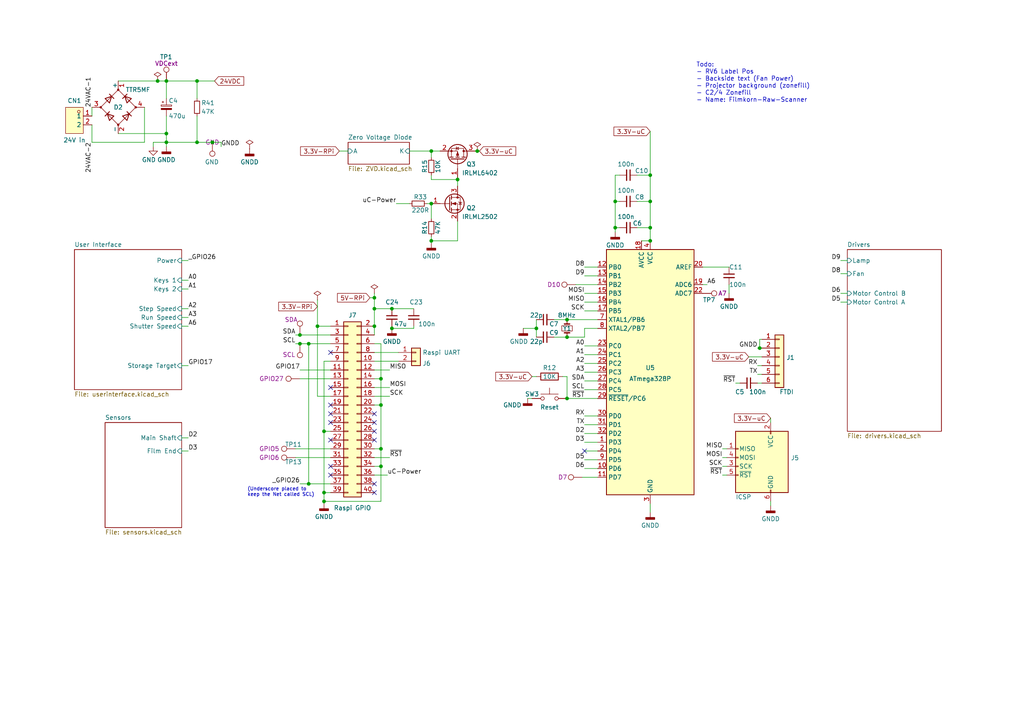
<source format=kicad_sch>
(kicad_sch (version 20230121) (generator eeschema)
  (paper "A4")
  (lib_symbols
    (symbol "Connector:AVR-ISP-6" (pin_names (offset 1.016))
      (property "Reference" "J" (at -6.35 11.43 0))
      (property "Value" "AVR-ISP-6" (at 0 11.43 0))
      (symbol "AVR-ISP-6_0_1"
        (rectangle (start -2.667 -6.858) (end -2.413 -7.62))
        (rectangle (start -2.667 10.16) (end -2.413 9.398))
        (rectangle (start 7.62 -2.413) (end 6.858 -2.667))
        (rectangle (start 7.62 0.127) (end 6.858 -0.127))
        (rectangle (start 7.62 2.667) (end 6.858 2.413))
        (rectangle (start 7.62 5.207) (end 6.858 4.953))
        (rectangle (start 7.62 10.16) (end -7.62 -7.62) (stroke (width 0.254)) (fill (type background)))
      )
      (symbol "AVR-ISP-6_1_1"
        (pin passive line (at 10.16 5.08 180) (length 2.54) (name "MISO") (number "1"))
        (pin passive line (at -2.54 12.7 270) (length 2.54) (name "VCC") (number "2"))
        (pin passive line (at 10.16 0 180) (length 2.54) (name "SCK") (number "3"))
        (pin passive line (at 10.16 2.54 180) (length 2.54) (name "MOSI") (number "4"))
        (pin passive line (at 10.16 -2.54 180) (length 2.54) (name "~{RST}") (number "5"))
        (pin passive line (at -2.54 -10.16 90) (length 2.54) (name "GND") (number "6"))
      )
    )
    (symbol "Connector_Generic:Conn_01x02" (pin_names (offset 1.016) hide)
      (property "Reference" "J" (at 0 2.54 0))
      (property "Value" "Conn_01x02" (at 0 -5.08 0))
      (symbol "Conn_01x02_1_1"
        (rectangle (start -1.27 -2.413) (end 0 -2.667) (stroke (width 0.1524)))
        (rectangle (start -1.27 0.127) (end 0 -0.127) (stroke (width 0.1524)))
        (rectangle (start -1.27 1.27) (end 1.27 -3.81) (stroke (width 0.254)) (fill (type background)))
        (pin passive line (at -5.08 0 0) (length 3.81) (name "Pin_1") (number "1"))
        (pin passive line (at -5.08 -2.54 0) (length 3.81) (name "Pin_2") (number "2"))
      )
    )
    (symbol "Connector_Generic:Conn_01x06" (pin_names (offset 1.016) hide)
      (property "Reference" "J" (at 0 7.62 0))
      (property "Value" "Conn_01x06" (at 0 -10.16 0))
      (symbol "Conn_01x06_1_1"
        (rectangle (start -1.27 -7.493) (end 0 -7.747) (stroke (width 0.1524)))
        (rectangle (start -1.27 -4.953) (end 0 -5.207) (stroke (width 0.1524)))
        (rectangle (start -1.27 -2.413) (end 0 -2.667) (stroke (width 0.1524)))
        (rectangle (start -1.27 0.127) (end 0 -0.127) (stroke (width 0.1524)))
        (rectangle (start -1.27 2.667) (end 0 2.413) (stroke (width 0.1524)))
        (rectangle (start -1.27 5.207) (end 0 4.953) (stroke (width 0.1524)))
        (rectangle (start -1.27 6.35) (end 1.27 -8.89) (stroke (width 0.254)) (fill (type background)))
        (pin passive line (at -5.08 5.08 0) (length 3.81) (name "Pin_1") (number "1"))
        (pin passive line (at -5.08 2.54 0) (length 3.81) (name "Pin_2") (number "2"))
        (pin passive line (at -5.08 0 0) (length 3.81) (name "Pin_3") (number "3"))
        (pin passive line (at -5.08 -2.54 0) (length 3.81) (name "Pin_4") (number "4"))
        (pin passive line (at -5.08 -5.08 0) (length 3.81) (name "Pin_5") (number "5"))
        (pin passive line (at -5.08 -7.62 0) (length 3.81) (name "Pin_6") (number "6"))
      )
    )
    (symbol "Connector_Generic:Conn_02x20_Odd_Even" (pin_names (offset 1.016) hide)
      (property "Reference" "J" (at 1.27 25.4 0))
      (property "Value" "Conn_02x20_Odd_Even" (at 1.27 -27.94 0))
      (symbol "Conn_02x20_Odd_Even_1_1"
        (rectangle (start -1.27 -25.273) (end 0 -25.527) (stroke (width 0.1524)))
        (rectangle (start -1.27 -22.733) (end 0 -22.987) (stroke (width 0.1524)))
        (rectangle (start -1.27 -20.193) (end 0 -20.447) (stroke (width 0.1524)))
        (rectangle (start -1.27 -17.653) (end 0 -17.907) (stroke (width 0.1524)))
        (rectangle (start -1.27 -15.113) (end 0 -15.367) (stroke (width 0.1524)))
        (rectangle (start -1.27 -12.573) (end 0 -12.827) (stroke (width 0.1524)))
        (rectangle (start -1.27 -10.033) (end 0 -10.287) (stroke (width 0.1524)))
        (rectangle (start -1.27 -7.493) (end 0 -7.747) (stroke (width 0.1524)))
        (rectangle (start -1.27 -4.953) (end 0 -5.207) (stroke (width 0.1524)))
        (rectangle (start -1.27 -2.413) (end 0 -2.667) (stroke (width 0.1524)))
        (rectangle (start -1.27 0.127) (end 0 -0.127) (stroke (width 0.1524)))
        (rectangle (start -1.27 2.667) (end 0 2.413) (stroke (width 0.1524)))
        (rectangle (start -1.27 5.207) (end 0 4.953) (stroke (width 0.1524)))
        (rectangle (start -1.27 7.747) (end 0 7.493) (stroke (width 0.1524)))
        (rectangle (start -1.27 10.287) (end 0 10.033) (stroke (width 0.1524)))
        (rectangle (start -1.27 12.827) (end 0 12.573) (stroke (width 0.1524)))
        (rectangle (start -1.27 15.367) (end 0 15.113) (stroke (width 0.1524)))
        (rectangle (start -1.27 17.907) (end 0 17.653) (stroke (width 0.1524)))
        (rectangle (start -1.27 20.447) (end 0 20.193) (stroke (width 0.1524)))
        (rectangle (start -1.27 22.987) (end 0 22.733) (stroke (width 0.1524)))
        (rectangle (start -1.27 24.13) (end 3.81 -26.67) (stroke (width 0.254)) (fill (type background)))
        (rectangle (start 3.81 -25.273) (end 2.54 -25.527) (stroke (width 0.1524)))
        (rectangle (start 3.81 -22.733) (end 2.54 -22.987) (stroke (width 0.1524)))
        (rectangle (start 3.81 -20.193) (end 2.54 -20.447) (stroke (width 0.1524)))
        (rectangle (start 3.81 -17.653) (end 2.54 -17.907) (stroke (width 0.1524)))
        (rectangle (start 3.81 -15.113) (end 2.54 -15.367) (stroke (width 0.1524)))
        (rectangle (start 3.81 -12.573) (end 2.54 -12.827) (stroke (width 0.1524)))
        (rectangle (start 3.81 -10.033) (end 2.54 -10.287) (stroke (width 0.1524)))
        (rectangle (start 3.81 -7.493) (end 2.54 -7.747) (stroke (width 0.1524)))
        (rectangle (start 3.81 -4.953) (end 2.54 -5.207) (stroke (width 0.1524)))
        (rectangle (start 3.81 -2.413) (end 2.54 -2.667) (stroke (width 0.1524)))
        (rectangle (start 3.81 0.127) (end 2.54 -0.127) (stroke (width 0.1524)))
        (rectangle (start 3.81 2.667) (end 2.54 2.413) (stroke (width 0.1524)))
        (rectangle (start 3.81 5.207) (end 2.54 4.953) (stroke (width 0.1524)))
        (rectangle (start 3.81 7.747) (end 2.54 7.493) (stroke (width 0.1524)))
        (rectangle (start 3.81 10.287) (end 2.54 10.033) (stroke (width 0.1524)))
        (rectangle (start 3.81 12.827) (end 2.54 12.573) (stroke (width 0.1524)))
        (rectangle (start 3.81 15.367) (end 2.54 15.113) (stroke (width 0.1524)))
        (rectangle (start 3.81 17.907) (end 2.54 17.653) (stroke (width 0.1524)))
        (rectangle (start 3.81 20.447) (end 2.54 20.193) (stroke (width 0.1524)))
        (rectangle (start 3.81 22.987) (end 2.54 22.733) (stroke (width 0.1524)))
        (pin passive line (at -5.08 22.86 0) (length 3.81) (name "Pin_1") (number "1"))
        (pin passive line (at 7.62 12.7 180) (length 3.81) (name "Pin_10") (number "10"))
        (pin passive line (at -5.08 10.16 0) (length 3.81) (name "Pin_11") (number "11"))
        (pin passive line (at 7.62 10.16 180) (length 3.81) (name "Pin_12") (number "12"))
        (pin passive line (at -5.08 7.62 0) (length 3.81) (name "Pin_13") (number "13"))
        (pin passive line (at 7.62 7.62 180) (length 3.81) (name "Pin_14") (number "14"))
        (pin passive line (at -5.08 5.08 0) (length 3.81) (name "Pin_15") (number "15"))
        (pin passive line (at 7.62 5.08 180) (length 3.81) (name "Pin_16") (number "16"))
        (pin passive line (at -5.08 2.54 0) (length 3.81) (name "Pin_17") (number "17"))
        (pin passive line (at 7.62 2.54 180) (length 3.81) (name "Pin_18") (number "18"))
        (pin passive line (at -5.08 0 0) (length 3.81) (name "Pin_19") (number "19"))
        (pin passive line (at 7.62 22.86 180) (length 3.81) (name "Pin_2") (number "2"))
        (pin passive line (at 7.62 0 180) (length 3.81) (name "Pin_20") (number "20"))
        (pin passive line (at -5.08 -2.54 0) (length 3.81) (name "Pin_21") (number "21"))
        (pin passive line (at 7.62 -2.54 180) (length 3.81) (name "Pin_22") (number "22"))
        (pin passive line (at -5.08 -5.08 0) (length 3.81) (name "Pin_23") (number "23"))
        (pin passive line (at 7.62 -5.08 180) (length 3.81) (name "Pin_24") (number "24"))
        (pin passive line (at -5.08 -7.62 0) (length 3.81) (name "Pin_25") (number "25"))
        (pin passive line (at 7.62 -7.62 180) (length 3.81) (name "Pin_26") (number "26"))
        (pin passive line (at -5.08 -10.16 0) (length 3.81) (name "Pin_27") (number "27"))
        (pin passive line (at 7.62 -10.16 180) (length 3.81) (name "Pin_28") (number "28"))
        (pin passive line (at -5.08 -12.7 0) (length 3.81) (name "Pin_29") (number "29"))
        (pin passive line (at -5.08 20.32 0) (length 3.81) (name "Pin_3") (number "3"))
        (pin passive line (at 7.62 -12.7 180) (length 3.81) (name "Pin_30") (number "30"))
        (pin passive line (at -5.08 -15.24 0) (length 3.81) (name "Pin_31") (number "31"))
        (pin passive line (at 7.62 -15.24 180) (length 3.81) (name "Pin_32") (number "32"))
        (pin passive line (at -5.08 -17.78 0) (length 3.81) (name "Pin_33") (number "33"))
        (pin passive line (at 7.62 -17.78 180) (length 3.81) (name "Pin_34") (number "34"))
        (pin passive line (at -5.08 -20.32 0) (length 3.81) (name "Pin_35") (number "35"))
        (pin passive line (at 7.62 -20.32 180) (length 3.81) (name "Pin_36") (number "36"))
        (pin passive line (at -5.08 -22.86 0) (length 3.81) (name "Pin_37") (number "37"))
        (pin passive line (at 7.62 -22.86 180) (length 3.81) (name "Pin_38") (number "38"))
        (pin passive line (at -5.08 -25.4 0) (length 3.81) (name "Pin_39") (number "39"))
        (pin passive line (at 7.62 20.32 180) (length 3.81) (name "Pin_4") (number "4"))
        (pin passive line (at 7.62 -25.4 180) (length 3.81) (name "Pin_40") (number "40"))
        (pin passive line (at -5.08 17.78 0) (length 3.81) (name "Pin_5") (number "5"))
        (pin passive line (at 7.62 17.78 180) (length 3.81) (name "Pin_6") (number "6"))
        (pin passive line (at -5.08 15.24 0) (length 3.81) (name "Pin_7") (number "7"))
        (pin passive line (at 7.62 15.24 180) (length 3.81) (name "Pin_8") (number "8"))
        (pin passive line (at -5.08 12.7 0) (length 3.81) (name "Pin_9") (number "9"))
      )
    )
    (symbol "Device:C_Polarized_Small" (pin_numbers hide) (pin_names (offset 0.254) hide)
      (property "Reference" "C" (at 0.254 1.778 0))
      (property "Value" "C_Polarized_Small" (at 0.254 -2.032 0))
      (symbol "C_Polarized_Small_0_1"
        (rectangle (start -1.524 -0.3048) (end 1.524 -0.6858) (fill (type outline)))
        (rectangle (start -1.524 0.6858) (end 1.524 0.3048))
        (polyline (pts (xy -1.27 1.524) (xy -0.762 1.524)))
        (polyline (pts (xy -1.016 1.27) (xy -1.016 1.778)))
      )
      (symbol "C_Polarized_Small_1_1"
        (pin passive line (at 0 2.54 270) (length 1.8542) (name "~") (number "1"))
        (pin passive line (at 0 -2.54 90) (length 1.8542) (name "~") (number "2"))
      )
    )
    (symbol "Device:C_Small" (pin_numbers hide) (pin_names (offset 0.254) hide)
      (property "Reference" "C" (at 0.254 1.778 0))
      (property "Value" "C_Small" (at 0.254 -2.032 0))
      (symbol "C_Small_0_1"
        (polyline (pts (xy -1.524 -0.508) (xy 1.524 -0.508)) (stroke (width 0.3302)))
        (polyline (pts (xy -1.524 0.508) (xy 1.524 0.508)) (stroke (width 0.3048)))
      )
      (symbol "C_Small_1_1"
        (pin passive line (at 0 2.54 270) (length 2.032) (name "~") (number "1"))
        (pin passive line (at 0 -2.54 90) (length 2.032) (name "~") (number "2"))
      )
    )
    (symbol "Device:Crystal_Small" (pin_numbers hide) (pin_names (offset 1.016) hide)
      (property "Reference" "Y" (at 0 2.54 0))
      (property "Value" "Crystal_Small" (at 0 -2.54 0))
      (symbol "Crystal_Small_0_1"
        (rectangle (start -0.762 -1.524) (end 0.762 1.524))
        (polyline (pts (xy -1.27 -0.762) (xy -1.27 0.762)) (stroke (width 0.381)))
        (polyline (pts (xy 1.27 -0.762) (xy 1.27 0.762)) (stroke (width 0.381)))
      )
      (symbol "Crystal_Small_1_1"
        (pin passive line (at -2.54 0 0) (length 1.27) (name "1") (number "1"))
        (pin passive line (at 2.54 0 180) (length 1.27) (name "2") (number "2"))
      )
    )
    (symbol "Device:D_Bridge_+-AA" (pin_names (offset 0))
      (property "Reference" "D" (at 2.54 6.985 0))
      (property "Value" "D_Bridge_+-AA" (at 2.54 5.08 0))
      (symbol "D_Bridge_+-AA_0_1"
        (circle (center -5.08 0) (radius 0.254) (fill (type outline)))
        (circle (center 0 -5.08) (radius 0.254) (fill (type outline)))
        (polyline (pts (xy -2.54 3.81) (xy -1.27 2.54)) (stroke (width 0.254)))
        (polyline (pts (xy -1.27 -2.54) (xy -2.54 -3.81)) (stroke (width 0.254)))
        (polyline (pts (xy 2.54 -1.27) (xy 3.81 -2.54)) (stroke (width 0.254)))
        (polyline (pts (xy 2.54 1.27) (xy 3.81 2.54)) (stroke (width 0.254)))
        (polyline (pts (xy -3.81 2.54) (xy -2.54 1.27) (xy -1.905 3.175) (xy -3.81 2.54)) (stroke (width 0.254)))
        (polyline (pts (xy -2.54 -1.27) (xy -3.81 -2.54) (xy -1.905 -3.175) (xy -2.54 -1.27)) (stroke (width 0.254)))
        (polyline (pts (xy 1.27 2.54) (xy 2.54 3.81) (xy 3.175 1.905) (xy 1.27 2.54)) (stroke (width 0.254)))
        (polyline (pts (xy 3.175 -1.905) (xy 1.27 -2.54) (xy 2.54 -3.81) (xy 3.175 -1.905)) (stroke (width 0.254)))
        (polyline (pts (xy -5.08 0) (xy 0 -5.08) (xy 5.08 0) (xy 0 5.08) (xy -5.08 0)))
        (circle (center 0 5.08) (radius 0.254) (fill (type outline)))
        (circle (center 5.08 0) (radius 0.254) (fill (type outline)))
      )
      (symbol "D_Bridge_+-AA_1_1"
        (pin passive line (at 7.62 0 180) (length 2.54) (name "+") (number "1"))
        (pin passive line (at -7.62 0 0) (length 2.54) (name "-") (number "2"))
        (pin passive line (at 0 7.62 270) (length 2.54) (name "~") (number "3"))
        (pin passive line (at 0 -7.62 90) (length 2.54) (name "~") (number "4"))
      )
    )
    (symbol "Device:R" (pin_numbers hide) (pin_names (offset 0))
      (property "Reference" "R" (at 2.032 0 90))
      (property "Value" "R" (at 0 0 90))
      (symbol "R_0_1"
        (rectangle (start -1.016 -2.54) (end 1.016 2.54) (stroke (width 0.254)))
      )
      (symbol "R_1_1"
        (pin passive line (at 0 3.81 270) (length 1.27) (name "~") (number "1"))
        (pin passive line (at 0 -3.81 90) (length 1.27) (name "~") (number "2"))
      )
    )
    (symbol "Device:R_Small" (pin_numbers hide) (pin_names (offset 0.254) hide)
      (property "Reference" "R" (at 0.762 0.508 0))
      (property "Value" "R_Small" (at 0.762 -1.016 0))
      (symbol "R_Small_0_1"
        (rectangle (start -0.762 1.778) (end 0.762 -1.778) (stroke (width 0.2032)))
      )
      (symbol "R_Small_1_1"
        (pin passive line (at 0 2.54 270) (length 0.762) (name "~") (number "1"))
        (pin passive line (at 0 -2.54 90) (length 0.762) (name "~") (number "2"))
      )
    )
    (symbol "MCU_Microchip_ATmega:ATmega328P-A"
      (property "Reference" "U" (at -12.7 36.83 0))
      (property "Value" "ATmega328P-A" (at 2.54 -36.83 0))
      (symbol "ATmega328P-A_0_1"
        (rectangle (start -12.7 -35.56) (end 12.7 35.56) (stroke (width 0.254)) (fill (type background)))
      )
      (symbol "ATmega328P-A_1_1"
        (pin bidirectional line (at 15.24 -20.32 180) (length 2.54) (name "PD3") (number "1"))
        (pin bidirectional line (at 15.24 -27.94 180) (length 2.54) (name "PD6") (number "10"))
        (pin bidirectional line (at 15.24 -30.48 180) (length 2.54) (name "PD7") (number "11"))
        (pin bidirectional line (at 15.24 30.48 180) (length 2.54) (name "PB0") (number "12"))
        (pin bidirectional line (at 15.24 27.94 180) (length 2.54) (name "PB1") (number "13"))
        (pin bidirectional line (at 15.24 25.4 180) (length 2.54) (name "PB2") (number "14"))
        (pin bidirectional line (at 15.24 22.86 180) (length 2.54) (name "PB3") (number "15"))
        (pin bidirectional line (at 15.24 20.32 180) (length 2.54) (name "PB4") (number "16"))
        (pin bidirectional line (at 15.24 17.78 180) (length 2.54) (name "PB5") (number "17"))
        (pin power_in line (at 2.54 38.1 270) (length 2.54) (name "AVCC") (number "18"))
        (pin input line (at -15.24 25.4 0) (length 2.54) (name "ADC6") (number "19"))
        (pin bidirectional line (at 15.24 -22.86 180) (length 2.54) (name "PD4") (number "2"))
        (pin passive line (at -15.24 30.48 0) (length 2.54) (name "AREF") (number "20"))
        (pin passive line (at 0 -38.1 90) (length 2.54) hide (name "GND") (number "21"))
        (pin input line (at -15.24 22.86 0) (length 2.54) (name "ADC7") (number "22"))
        (pin bidirectional line (at 15.24 7.62 180) (length 2.54) (name "PC0") (number "23"))
        (pin bidirectional line (at 15.24 5.08 180) (length 2.54) (name "PC1") (number "24"))
        (pin bidirectional line (at 15.24 2.54 180) (length 2.54) (name "PC2") (number "25"))
        (pin bidirectional line (at 15.24 0 180) (length 2.54) (name "PC3") (number "26"))
        (pin bidirectional line (at 15.24 -2.54 180) (length 2.54) (name "PC4") (number "27"))
        (pin bidirectional line (at 15.24 -5.08 180) (length 2.54) (name "PC5") (number "28"))
        (pin bidirectional line (at 15.24 -7.62 180) (length 2.54) (name "~{RESET}/PC6") (number "29"))
        (pin power_in line (at 0 -38.1 90) (length 2.54) (name "GND") (number "3"))
        (pin bidirectional line (at 15.24 -12.7 180) (length 2.54) (name "PD0") (number "30"))
        (pin bidirectional line (at 15.24 -15.24 180) (length 2.54) (name "PD1") (number "31"))
        (pin bidirectional line (at 15.24 -17.78 180) (length 2.54) (name "PD2") (number "32"))
        (pin power_in line (at 0 38.1 270) (length 2.54) (name "VCC") (number "4"))
        (pin passive line (at 0 -38.1 90) (length 2.54) hide (name "GND") (number "5"))
        (pin passive line (at 0 38.1 270) (length 2.54) hide (name "VCC") (number "6"))
        (pin bidirectional line (at 15.24 15.24 180) (length 2.54) (name "XTAL1/PB6") (number "7"))
        (pin bidirectional line (at 15.24 12.7 180) (length 2.54) (name "XTAL2/PB7") (number "8"))
        (pin bidirectional line (at 15.24 -25.4 180) (length 2.54) (name "PD5") (number "9"))
      )
    )
    (symbol "Peacemans_Teile:TestPoint_named" (pin_numbers hide) (pin_names (offset 0.762) hide)
      (symbol "TestPoint_named_0_1"
        (circle (center 0 3.302) (radius 0.762))
      )
      (symbol "TestPoint_named_1_1"
        (pin passive line (at 0 0 90) (length 2.54) (name "1") (number "1"))
      )
    )
    (symbol "Switch:SW_Push" (pin_numbers hide) (pin_names (offset 1.016) hide)
      (property "Reference" "SW" (at 1.27 2.54 0))
      (property "Value" "SW_Push" (at 0 -1.524 0))
      (symbol "SW_Push_0_1"
        (circle (center -2.032 0) (radius 0.508))
        (polyline (pts (xy 0 1.27) (xy 0 3.048)))
        (polyline (pts (xy 2.54 1.27) (xy -2.54 1.27)))
        (circle (center 2.032 0) (radius 0.508))
        (pin passive line (at -5.08 0 0) (length 2.54) (name "1") (number "1"))
        (pin passive line (at 5.08 0 180) (length 2.54) (name "2") (number "2"))
      )
    )
    (symbol "Transistor_FET:IRLML0030" (pin_names hide)
      (property "Reference" "Q" (at 5.08 1.905 0))
      (property "Value" "IRLML0030" (at 5.08 0 0))
      (symbol "IRLML0030_0_1"
        (polyline (pts (xy 0.254 0) (xy -2.54 0)))
        (polyline (pts (xy 0.254 1.905) (xy 0.254 -1.905)) (stroke (width 0.254)))
        (polyline (pts (xy 0.762 -1.27) (xy 0.762 -2.286)) (stroke (width 0.254)))
        (polyline (pts (xy 0.762 0.508) (xy 0.762 -0.508)) (stroke (width 0.254)))
        (polyline (pts (xy 0.762 2.286) (xy 0.762 1.27)) (stroke (width 0.254)))
        (polyline (pts (xy 2.54 2.54) (xy 2.54 1.778)))
        (polyline (pts (xy 2.54 -2.54) (xy 2.54 0) (xy 0.762 0)))
        (polyline (pts (xy 0.762 -1.778) (xy 3.302 -1.778) (xy 3.302 1.778) (xy 0.762 1.778)))
        (polyline (pts (xy 1.016 0) (xy 2.032 0.381) (xy 2.032 -0.381) (xy 1.016 0)) (fill (type outline)))
        (polyline (pts (xy 2.794 0.508) (xy 2.921 0.381) (xy 3.683 0.381) (xy 3.81 0.254)))
        (polyline (pts (xy 3.302 0.381) (xy 2.921 -0.254) (xy 3.683 -0.254) (xy 3.302 0.381)))
        (circle (center 1.651 0) (radius 2.794) (stroke (width 0.254)))
        (circle (center 2.54 -1.778) (radius 0.254) (fill (type outline)))
        (circle (center 2.54 1.778) (radius 0.254) (fill (type outline)))
      )
      (symbol "IRLML0030_1_1"
        (pin input line (at -5.08 0 0) (length 2.54) (name "G") (number "1"))
        (pin passive line (at 2.54 -5.08 90) (length 2.54) (name "S") (number "2"))
        (pin passive line (at 2.54 5.08 270) (length 2.54) (name "D") (number "3"))
      )
    )
    (symbol "Transistor_FET:IRLML5203" (pin_names hide)
      (property "Reference" "Q" (at 5.08 1.905 0))
      (property "Value" "IRLML5203" (at 5.08 0 0))
      (symbol "IRLML5203_0_1"
        (polyline (pts (xy 0.254 0) (xy -2.54 0)))
        (polyline (pts (xy 0.254 1.905) (xy 0.254 -1.905)) (stroke (width 0.254)))
        (polyline (pts (xy 0.762 -1.27) (xy 0.762 -2.286)) (stroke (width 0.254)))
        (polyline (pts (xy 0.762 0.508) (xy 0.762 -0.508)) (stroke (width 0.254)))
        (polyline (pts (xy 0.762 2.286) (xy 0.762 1.27)) (stroke (width 0.254)))
        (polyline (pts (xy 2.54 2.54) (xy 2.54 1.778)))
        (polyline (pts (xy 2.54 -2.54) (xy 2.54 0) (xy 0.762 0)))
        (polyline (pts (xy 0.762 1.778) (xy 3.302 1.778) (xy 3.302 -1.778) (xy 0.762 -1.778)))
        (polyline (pts (xy 2.286 0) (xy 1.27 0.381) (xy 1.27 -0.381) (xy 2.286 0)) (fill (type outline)))
        (polyline (pts (xy 2.794 -0.508) (xy 2.921 -0.381) (xy 3.683 -0.381) (xy 3.81 -0.254)))
        (polyline (pts (xy 3.302 -0.381) (xy 2.921 0.254) (xy 3.683 0.254) (xy 3.302 -0.381)))
        (circle (center 1.651 0) (radius 2.794) (stroke (width 0.254)))
        (circle (center 2.54 -1.778) (radius 0.254) (fill (type outline)))
        (circle (center 2.54 1.778) (radius 0.254) (fill (type outline)))
      )
      (symbol "IRLML5203_1_1"
        (pin input line (at -5.08 0 0) (length 2.54) (name "G") (number "1"))
        (pin passive line (at 2.54 -5.08 90) (length 2.54) (name "S") (number "2"))
        (pin passive line (at 2.54 5.08 270) (length 2.54) (name "D") (number "3"))
      )
    )
    (symbol "easyeda2kicad:KF142R-5.08-2P"
      (property "Reference" "CN" (at 0 6.35 0))
      (property "Value" "KF142R-5.08-2P" (at 0 -6.35 0))
      (symbol "KF142R-5.08-2P_0_1"
        (rectangle (start -2.54 3.81) (end 2.54 -3.81) (fill (type background)))
        (circle (center -1.27 2.54) (radius 0.38))
        (pin passive line (at -5.08 1.27 0) (length 2.54) (name "1") (number "1"))
        (pin passive line (at -5.08 -1.27 0) (length 2.54) (name "2") (number "2"))
      )
    )
    (symbol "power:GND" (power) (pin_names (offset 0))
      (property "Value" "GND" (at 0 -3.81 0))
      (symbol "GND_0_1"
        (polyline (pts (xy 0 0) (xy 0 -1.27) (xy 1.27 -1.27) (xy 0 -2.54) (xy -1.27 -1.27) (xy 0 -1.27)))
      )
      (symbol "GND_1_1"
        (pin power_in line (at 0 0 270) (length 0) hide (name "GND") (number "1"))
      )
    )
    (symbol "power:GNDD" (power) (pin_names (offset 0))
      (property "Value" "GNDD" (at 0 -3.175 0))
      (symbol "GNDD_0_1"
        (rectangle (start -1.27 -1.524) (end 1.27 -2.032) (stroke (width 0.254)) (fill (type outline)))
        (polyline (pts (xy 0 0) (xy 0 -1.524)))
      )
      (symbol "GNDD_1_1"
        (pin power_in line (at 0 0 270) (length 0) hide (name "GNDD") (number "1"))
      )
    )
    (symbol "power:PWR_FLAG" (power) (pin_numbers hide) (pin_names (offset 0) hide)
      (property "Value" "PWR_FLAG" (at 0 3.81 0))
      (symbol "PWR_FLAG_0_0"
        (pin power_out line (at 0 0 90) (length 0) (name "pwr") (number "1"))
      )
      (symbol "PWR_FLAG_0_1"
        (polyline (pts (xy 0 0) (xy 0 1.27) (xy -1.016 1.905) (xy 0 2.54) (xy 1.016 1.905) (xy 0 1.27)))
      )
    )
  )
  (junction (at 108.585 86.36))
  (junction (at 48.26 38.735))
  (junction (at 48.26 41.275))
  (junction (at 110.49 117.475))
  (junction (at 93.98 145.415))
  (junction (at 57.15 23.495))
  (junction (at 108.585 89.535))
  (junction (at 164.465 115.57))
  (junction (at 188.595 50.8))
  (junction (at 220.345 100.965))
  (junction (at 164.465 92.71))
  (junction (at 61.595 41.275))
  (junction (at 108.585 94.615))
  (junction (at 178.435 66.04))
  (junction (at 45.72 23.495))
  (junction (at 113.665 95.25))
  (junction (at 188.595 69.85))
  (junction (at 93.98 142.875))
  (junction (at 93.98 125.095))
  (junction (at 125.095 69.85))
  (junction (at 110.49 130.175))
  (junction (at 188.595 58.42))
  (junction (at 113.665 89.535))
  (junction (at 110.49 109.855))
  (junction (at 86.995 99.695))
  (junction (at 86.995 97.155))
  (junction (at 125.095 43.815))
  (junction (at 89.535 140.335))
  (junction (at 110.49 135.255))
  (junction (at 132.715 52.07))
  (junction (at 125.095 59.055))
  (junction (at 138.43 43.815))
  (junction (at 89.535 99.695))
  (junction (at 92.075 94.615))
  (junction (at 188.595 66.04))
  (junction (at 57.15 41.275))
  (junction (at 164.465 97.79))
  (junction (at 178.435 58.42))
  (junction (at 155.575 95.25))
  (junction (at 48.26 23.495))
  (no_connect (at 169.545 130.81))
  (no_connect (at 95.885 120.015))
  (no_connect (at 95.885 122.555))
  (no_connect (at 108.585 125.095))
  (no_connect (at 95.885 135.255))
  (no_connect (at 108.585 120.015))
  (no_connect (at 95.885 117.475))
  (no_connect (at 95.885 102.235))
  (no_connect (at 108.585 127.635))
  (no_connect (at 95.885 137.795))
  (no_connect (at 108.585 140.335))
  (no_connect (at 95.885 112.395))
  (no_connect (at 108.585 142.875))
  (no_connect (at 108.585 122.555))
  (no_connect (at 95.885 127.635))
  (wire (pts (xy 52.705 94.615) (xy 54.61 94.615)))
  (wire (pts (xy 164.465 109.22) (xy 163.195 109.22)))
  (wire (pts (xy 173.355 138.43) (xy 168.91 138.43)))
  (wire (pts (xy 85.725 99.695) (xy 86.995 99.695)))
  (wire (pts (xy 108.585 112.395) (xy 113.03 112.395)))
  (wire (pts (xy 110.49 130.175) (xy 110.49 135.255)))
  (wire (pts (xy 86.995 109.855) (xy 95.885 109.855)))
  (wire (pts (xy 138.43 43.815) (xy 139.065 43.815)))
  (wire (pts (xy 52.705 130.81) (xy 54.61 130.81)))
  (wire (pts (xy 110.49 145.415) (xy 93.98 145.415)))
  (wire (pts (xy 61.595 41.275) (xy 64.135 41.275)))
  (wire (pts (xy 108.585 102.235) (xy 115.57 102.235)))
  (wire (pts (xy 86.995 107.315) (xy 95.885 107.315)))
  (wire (pts (xy 125.095 52.07) (xy 132.715 52.07)))
  (wire (pts (xy 173.355 133.35) (xy 169.545 133.35)))
  (wire (pts (xy 118.745 43.815) (xy 125.095 43.815)))
  (wire (pts (xy 41.91 31.115) (xy 41.91 41.275)))
  (wire (pts (xy 57.15 23.495) (xy 57.15 28.575)))
  (wire (pts (xy 205.105 82.55) (xy 203.835 82.55)))
  (wire (pts (xy 107.315 86.36) (xy 108.585 86.36)))
  (wire (pts (xy 188.595 58.42) (xy 188.595 66.04)))
  (wire (pts (xy 132.715 51.435) (xy 132.715 52.07)))
  (wire (pts (xy 113.665 95.25) (xy 120.015 95.25)))
  (wire (pts (xy 220.345 98.425) (xy 220.345 100.965)))
  (wire (pts (xy 220.345 100.965) (xy 220.98 100.965)))
  (wire (pts (xy 164.465 92.71) (xy 160.655 92.71)))
  (wire (pts (xy 45.72 23.495) (xy 48.26 23.495)))
  (wire (pts (xy 188.595 146.05) (xy 188.595 148.59)))
  (wire (pts (xy 113.665 94.615) (xy 113.665 95.25)))
  (wire (pts (xy 155.575 95.25) (xy 155.575 97.79)))
  (wire (pts (xy 213.36 111.125) (xy 214.63 111.125)))
  (wire (pts (xy 220.98 98.425) (xy 220.345 98.425)))
  (wire (pts (xy 48.26 23.495) (xy 57.15 23.495)))
  (wire (pts (xy 188.595 50.8) (xy 188.595 58.42)))
  (wire (pts (xy 155.575 95.25) (xy 151.765 95.25)))
  (wire (pts (xy 211.455 77.47) (xy 203.835 77.47)))
  (wire (pts (xy 98.425 43.815) (xy 100.965 43.815)))
  (wire (pts (xy 93.98 104.775) (xy 93.98 125.095)))
  (wire (pts (xy 173.355 105.41) (xy 169.545 105.41)))
  (wire (pts (xy 108.585 86.36) (xy 108.585 89.535)))
  (wire (pts (xy 48.26 41.275) (xy 48.26 42.545)))
  (wire (pts (xy 110.49 99.695) (xy 110.49 109.855)))
  (wire (pts (xy 132.715 52.07) (xy 132.715 53.975)))
  (wire (pts (xy 173.355 115.57) (xy 164.465 115.57)))
  (wire (pts (xy 188.595 66.04) (xy 184.785 66.04)))
  (wire (pts (xy 219.71 106.045) (xy 220.98 106.045)))
  (wire (pts (xy 173.355 125.73) (xy 169.545 125.73)))
  (wire (pts (xy 173.355 135.89) (xy 169.545 135.89)))
  (wire (pts (xy 154.305 115.57) (xy 153.035 115.57)))
  (wire (pts (xy 219.71 108.585) (xy 220.98 108.585)))
  (wire (pts (xy 108.585 109.855) (xy 110.49 109.855)))
  (wire (pts (xy 132.715 69.85) (xy 125.095 69.85)))
  (wire (pts (xy 188.595 38.1) (xy 188.595 50.8)))
  (wire (pts (xy 125.095 45.72) (xy 125.095 43.815)))
  (wire (pts (xy 108.585 132.715) (xy 113.03 132.715)))
  (wire (pts (xy 108.585 117.475) (xy 110.49 117.475)))
  (wire (pts (xy 125.095 59.055) (xy 125.095 63.5)))
  (wire (pts (xy 48.26 41.275) (xy 44.45 41.275)))
  (wire (pts (xy 169.545 95.25) (xy 169.545 97.79)))
  (wire (pts (xy 85.725 132.715) (xy 95.885 132.715)))
  (wire (pts (xy 178.435 50.8) (xy 178.435 58.42)))
  (wire (pts (xy 48.26 41.275) (xy 57.15 41.275)))
  (wire (pts (xy 85.725 97.155) (xy 86.995 97.155)))
  (wire (pts (xy 52.705 106.045) (xy 54.61 106.045)))
  (wire (pts (xy 108.585 137.795) (xy 112.395 137.795)))
  (wire (pts (xy 48.26 23.495) (xy 48.26 28.575)))
  (wire (pts (xy 52.705 92.075) (xy 54.61 92.075)))
  (wire (pts (xy 125.095 43.815) (xy 127.635 43.815)))
  (wire (pts (xy 108.585 85.09) (xy 108.585 86.36)))
  (wire (pts (xy 173.355 120.65) (xy 169.545 120.65)))
  (wire (pts (xy 223.52 145.415) (xy 223.52 146.685)))
  (wire (pts (xy 52.705 127) (xy 54.61 127)))
  (wire (pts (xy 93.98 142.875) (xy 95.885 142.875)))
  (wire (pts (xy 173.355 110.49) (xy 169.545 110.49)))
  (wire (pts (xy 52.705 89.535) (xy 54.61 89.535)))
  (wire (pts (xy 120.015 95.25) (xy 120.015 94.615)))
  (wire (pts (xy 173.355 95.25) (xy 169.545 95.25)))
  (wire (pts (xy 173.355 107.95) (xy 169.545 107.95)))
  (wire (pts (xy 108.585 94.615) (xy 108.585 97.155)))
  (wire (pts (xy 169.545 97.79) (xy 164.465 97.79)))
  (wire (pts (xy 57.15 23.495) (xy 62.23 23.495)))
  (wire (pts (xy 85.725 130.175) (xy 95.885 130.175)))
  (wire (pts (xy 209.55 137.795) (xy 210.82 137.795)))
  (wire (pts (xy 223.52 121.285) (xy 223.52 122.555)))
  (wire (pts (xy 108.585 89.535) (xy 113.665 89.535)))
  (wire (pts (xy 155.575 109.22) (xy 154.305 109.22)))
  (wire (pts (xy 108.585 114.935) (xy 113.03 114.935)))
  (wire (pts (xy 173.355 85.09) (xy 169.545 85.09)))
  (wire (pts (xy 108.585 89.535) (xy 108.585 94.615)))
  (wire (pts (xy 93.98 145.415) (xy 93.98 142.875)))
  (wire (pts (xy 89.535 99.695) (xy 89.535 140.335)))
  (wire (pts (xy 245.745 79.375) (xy 243.84 79.375)))
  (wire (pts (xy 219.71 100.965) (xy 220.345 100.965)))
  (wire (pts (xy 178.435 66.04) (xy 178.435 67.31)))
  (wire (pts (xy 173.355 87.63) (xy 169.545 87.63)))
  (wire (pts (xy 173.355 128.27) (xy 169.545 128.27)))
  (wire (pts (xy 173.355 123.19) (xy 169.545 123.19)))
  (wire (pts (xy 164.465 115.57) (xy 164.465 109.22)))
  (wire (pts (xy 184.785 58.42) (xy 188.595 58.42)))
  (wire (pts (xy 95.885 104.775) (xy 93.98 104.775)))
  (wire (pts (xy 173.355 130.81) (xy 169.545 130.81)))
  (wire (pts (xy 211.455 82.55) (xy 211.455 85.09)))
  (wire (pts (xy 245.745 87.63) (xy 243.84 87.63)))
  (wire (pts (xy 155.575 92.71) (xy 155.575 95.25)))
  (wire (pts (xy 173.355 113.03) (xy 169.545 113.03)))
  (wire (pts (xy 217.17 103.505) (xy 220.98 103.505)))
  (wire (pts (xy 92.075 114.935) (xy 92.075 94.615)))
  (wire (pts (xy 114.935 59.055) (xy 118.745 59.055)))
  (wire (pts (xy 92.075 94.615) (xy 95.885 94.615)))
  (wire (pts (xy 89.535 140.335) (xy 95.885 140.335)))
  (wire (pts (xy 110.49 135.255) (xy 110.49 145.415)))
  (wire (pts (xy 110.49 109.855) (xy 110.49 117.475)))
  (wire (pts (xy 89.535 99.695) (xy 95.885 99.695)))
  (wire (pts (xy 34.29 38.735) (xy 48.26 38.735)))
  (wire (pts (xy 209.55 132.715) (xy 210.82 132.715)))
  (wire (pts (xy 173.355 80.01) (xy 169.545 80.01)))
  (wire (pts (xy 178.435 50.8) (xy 179.705 50.8)))
  (wire (pts (xy 54.61 75.565) (xy 52.705 75.565)))
  (wire (pts (xy 178.435 58.42) (xy 179.705 58.42)))
  (wire (pts (xy 41.91 41.275) (xy 26.67 41.275)))
  (wire (pts (xy 93.98 125.095) (xy 93.98 142.875)))
  (wire (pts (xy 86.995 99.695) (xy 89.535 99.695)))
  (wire (pts (xy 64.135 41.275) (xy 64.135 42.545)))
  (wire (pts (xy 219.71 111.125) (xy 220.98 111.125)))
  (wire (pts (xy 209.55 130.175) (xy 210.82 130.175)))
  (wire (pts (xy 164.465 97.79) (xy 160.655 97.79)))
  (wire (pts (xy 92.075 86.995) (xy 92.075 94.615)))
  (wire (pts (xy 34.29 23.495) (xy 45.72 23.495)))
  (wire (pts (xy 125.095 50.8) (xy 125.095 52.07)))
  (wire (pts (xy 173.355 102.87) (xy 169.545 102.87)))
  (wire (pts (xy 113.665 89.535) (xy 120.015 89.535)))
  (wire (pts (xy 52.705 83.82) (xy 54.61 83.82)))
  (wire (pts (xy 173.355 77.47) (xy 169.545 77.47)))
  (wire (pts (xy 95.885 114.935) (xy 92.075 114.935)))
  (wire (pts (xy 125.095 68.58) (xy 125.095 69.85)))
  (wire (pts (xy 44.45 41.275) (xy 44.45 42.545)))
  (wire (pts (xy 93.98 145.415) (xy 93.98 146.05)))
  (wire (pts (xy 57.15 41.275) (xy 61.595 41.275)))
  (wire (pts (xy 132.715 64.135) (xy 132.715 69.85)))
  (wire (pts (xy 86.995 140.335) (xy 89.535 140.335)))
  (wire (pts (xy 178.435 58.42) (xy 178.435 66.04)))
  (wire (pts (xy 108.585 135.255) (xy 110.49 135.255)))
  (wire (pts (xy 57.15 33.655) (xy 57.15 41.275)))
  (wire (pts (xy 48.26 41.275) (xy 48.26 38.735)))
  (wire (pts (xy 108.585 99.695) (xy 110.49 99.695)))
  (wire (pts (xy 108.585 130.175) (xy 110.49 130.175)))
  (wire (pts (xy 188.595 66.04) (xy 188.595 69.85)))
  (wire (pts (xy 110.49 117.475) (xy 110.49 130.175)))
  (wire (pts (xy 173.355 90.17) (xy 169.545 90.17)))
  (wire (pts (xy 173.355 92.71) (xy 164.465 92.71)))
  (wire (pts (xy 86.995 97.155) (xy 95.885 97.155)))
  (wire (pts (xy 179.705 66.04) (xy 178.435 66.04)))
  (wire (pts (xy 52.705 81.28) (xy 54.61 81.28)))
  (wire (pts (xy 184.785 50.8) (xy 188.595 50.8)))
  (wire (pts (xy 138.43 43.815) (xy 137.795 43.815)))
  (wire (pts (xy 245.745 75.565) (xy 243.84 75.565)))
  (wire (pts (xy 26.67 36.195) (xy 26.67 41.275)))
  (wire (pts (xy 188.595 69.85) (xy 186.055 69.85)))
  (wire (pts (xy 167.005 82.55) (xy 173.355 82.55)))
  (wire (pts (xy 173.355 100.33) (xy 169.545 100.33)))
  (wire (pts (xy 245.745 85.09) (xy 243.84 85.09)))
  (wire (pts (xy 26.67 33.655) (xy 26.67 31.115)))
  (wire (pts (xy 108.585 107.315) (xy 113.03 107.315)))
  (wire (pts (xy 125.095 69.85) (xy 125.095 70.485)))
  (wire (pts (xy 108.585 104.775) (xy 115.57 104.775)))
  (wire (pts (xy 209.55 135.255) (xy 210.82 135.255)))
  (wire (pts (xy 93.98 125.095) (xy 95.885 125.095)))
  (wire (pts (xy 48.26 33.655) (xy 48.26 38.735)))
  (wire (pts (xy 123.825 59.055) (xy 125.095 59.055)))
  (text "(Underscore placed to \nkeep the Net called SCL)" (at 71.755 144.145 0) (effects (font (size 1 1)) (justify left bottom)))
  (text "Todo:\n- RV6 Label Pos\n- Backside text (Fan Power)\n- Projector background (zonefill)\n- C2/4 Zonefill\n- Name: Filmkorn-Raw-Scanner\n" (at 201.93 29.845 0) (effects (font (size 1.27 1.27)) (justify left bottom)))
  (label "GNDD" (at 64.135 42.545 0))
  (label "GNDD" (at 219.71 100.965 180))
  (label "TX" (at 219.71 108.585 180))
  (label "SDA" (at 169.545 110.49 180))
  (label "RX" (at 169.545 120.65 180))
  (label "GPIO17" (at 86.995 107.315 180))
  (label "A1" (at 169.545 102.87 180))
  (label "A0" (at 169.545 100.33 180))
  (label "GPIO17" (at 54.61 106.045 0))
  (label "MISO" (at 113.03 107.315 0))
  (label "24VAC-2" (at 26.67 41.275 270))
  (label "D6" (at 169.545 135.89 180))
  (label "D5" (at 169.545 133.35 180))
  (label "MOSI" (at 169.545 85.09 180))
  (label "SCK" (at 113.03 114.935 0))
  (label "uC-Power" (at 112.395 137.795 0))
  (label "MOSI" (at 209.55 132.715 180))
  (label "TX" (at 169.545 123.19 180))
  (label "A2" (at 169.545 105.41 180))
  (label "SCL" (at 169.545 113.03 180))
  (label "D2" (at 54.61 127 0))
  (label "MISO" (at 209.55 130.175 180))
  (label "A1" (at 54.61 83.82 0))
  (label "D8" (at 169.545 77.47 180))
  (label "~{RST}" (at 213.36 111.125 180))
  (label "SCK" (at 209.55 135.255 180))
  (label "uC-Power" (at 114.935 59.055 180))
  (label "D5" (at 243.84 87.63 180))
  (label "_GPIO26" (at 54.61 75.565 0))
  (label "SCL" (at 85.725 99.695 180))
  (label "~{RST}" (at 169.545 115.57 180))
  (label "D9" (at 243.84 75.565 180))
  (label "D2" (at 169.545 125.73 180))
  (label "_GPIO26" (at 86.995 140.335 180))
  (label "A3" (at 169.545 107.95 180))
  (label "A6" (at 205.105 82.55 0))
  (label "A3" (at 54.61 92.075 0))
  (label "A2" (at 54.61 89.535 0))
  (label "~{RST}" (at 113.03 132.715 0))
  (label "SDA" (at 85.725 97.155 180))
  (label "RX" (at 219.71 106.045 180))
  (label "D9" (at 169.545 80.01 180))
  (label "SCK" (at 169.545 90.17 180))
  (label "D3" (at 169.545 128.27 180))
  (label "D8" (at 243.84 79.375 180))
  (label "A6" (at 54.61 94.615 0))
  (label "24VAC-1" (at 26.67 31.115 90))
  (label "D6" (at 243.84 85.09 180))
  (label "~{RST}" (at 209.55 137.795 180))
  (label "MISO" (at 169.545 87.63 180))
  (label "A0" (at 54.61 81.28 0))
  (label "MOSI" (at 113.03 112.395 0))
  (label "D3" (at 54.61 130.81 0))
  (global_label "3.3V-uC" (shape input) (at 139.065 43.815 0) (property "Intersheetrefs" "${INTERSHEET_REFS}" (effects hide)))
  (global_label "3.3V-uC" (shape input) (at 217.17 103.505 180) (property "Intersheetrefs" "${INTERSHEET_REFS}" (effects hide)))
  (global_label "5V-RPi" (shape input) (at 107.315 86.36 180) (property "Intersheetrefs" "${INTERSHEET_REFS}" (effects hide)))
  (global_label "3.3V-RPi" (shape input) (at 98.425 43.815 180) (property "Intersheetrefs" "${INTERSHEET_REFS}" (effects hide)))
  (global_label "3.3V-RPi" (shape input) (at 92.075 88.9 180) (property "Intersheetrefs" "${INTERSHEET_REFS}" (effects hide)))
  (global_label "3.3V-uC" (shape input) (at 154.305 109.22 180) (property "Intersheetrefs" "${INTERSHEET_REFS}" (effects hide)))
  (global_label "3.3V-uC" (shape input) (at 188.595 38.1 180) (property "Intersheetrefs" "${INTERSHEET_REFS}" (effects hide)))
  (global_label "24VDC" (shape input) (at 62.23 23.495 0) (property "Intersheetrefs" "${INTERSHEET_REFS}" (effects hide)))
  (global_label "3.3V-uC" (shape input) (at 223.52 121.285 180) (property "Intersheetrefs" "${INTERSHEET_REFS}" (effects hide)))
  (symbol (lib_id "MCU_Microchip_ATmega:ATmega328P-A") (at 188.595 107.95 0) (mirror y) (unit 1)
    (property "Reference" "U5" (at 188.595 106.68 0))
    (property "Value" "ATmega328P" (at 188.595 109.855 0))
    (property "Footprint" "Package_QFP:TQFP-32_7x7mm_P0.8mm" (effects hide))
    (property "Datasheet" "http://ww1.microchip.com/downloads/en/DeviceDoc/ATmega328_P%20AVR%20MCU%20with%20picoPower%20Technology%20Data%20Sheet%2040001984A.pdf" (effects hide))
    (property "LCSC" "C14877" (effects hide))
    (property "Inventory" "E" (effects hide))
  )
  (symbol (lib_id "Device:C_Small") (at 158.115 92.71 90) (mirror x) (unit 1)
    (property "Reference" "C7" (at 160.655 93.98 90))
    (property "Value" "22p" (at 155.575 91.44 90))
    (property "Footprint" "Capacitor_SMD:C_0805_2012Metric" (effects hide))
    (property "Datasheet" "https://datasheet.lcsc.com/lcsc/2304140030_Samsung-Electro-Mechanics-CL21C220JBANNNC_C1804.pdf" (effects hide))
    (property "LCSC" "C1804" (effects hide))
    (property "Inventory" "B" (effects hide))
  )
  (symbol (lib_id "Device:C_Small") (at 158.115 97.79 270) (unit 1)
    (property "Reference" "C9" (at 160.655 96.52 90))
    (property "Value" "22p" (at 155.575 99.06 90))
    (property "Footprint" "Capacitor_SMD:C_0805_2012Metric" (effects hide))
    (property "Datasheet" "https://datasheet.lcsc.com/lcsc/2304140030_Samsung-Electro-Mechanics-CL21C220JBANNNC_C1804.pdf" (effects hide))
    (property "LCSC" "C1804" (effects hide))
    (property "Inventory" "B" (effects hide))
  )
  (symbol (lib_id "Device:C_Small") (at 211.455 80.01 0) (mirror y) (unit 1)
    (property "Reference" "C11" (at 211.455 77.47 0) (effects (justify right)))
    (property "Value" "100n" (at 211.455 82.55 0) (effects (justify right)))
    (property "Footprint" "Capacitor_SMD:C_0805_2012Metric" (effects hide))
    (property "Datasheet" "https://datasheet.lcsc.com/lcsc/2304140030_Samsung-Electro-Mechanics-CL21B104KCFNNNE_C28233.pdf" (effects hide))
    (property "LCSC" "C28233" (effects hide))
    (property "Inventory" "B" (effects hide))
  )
  (symbol (lib_id "Device:Crystal_Small") (at 164.465 95.25 90) (mirror x) (unit 1)
    (property "Reference" "Y1" (at 165.735 95.25 90) (effects (justify left)))
    (property "Value" "8MHz" (at 167.005 91.44 90) (effects (justify left)))
    (property "Footprint" "Crystal:Crystal_SMD_5032-2Pin_5.0x3.2mm" (effects hide))
    (property "Datasheet" "https://datasheet.lcsc.com/lcsc/2302201101_YXC-X50328MSB2GI_C115962.pdf" (effects hide))
    (property "LCSC" "C115962" (effects hide))
    (property "Inventory" "B" (effects hide))
  )
  (symbol (lib_id "power:GNDD") (at 151.765 95.25 0) (mirror y) (unit 1)
    (property "Reference" "#PWR07" (effects hide))
    (property "Value" "GNDD" (at 150.495 99.06 0))
  )
  (symbol (lib_id "power:GNDD") (at 188.595 148.59 0) (mirror y) (unit 1)
    (property "Reference" "#PWR010" (effects hide))
    (property "Value" "GNDD" (at 188.595 152.4 0))
  )
  (symbol (lib_id "Device:R") (at 159.385 109.22 90) (mirror x) (unit 1)
    (property "Reference" "R12" (at 159.385 106.68 90))
    (property "Value" "10K" (at 159.385 109.22 90))
    (property "Footprint" "Resistor_SMD:R_0805_2012Metric" (effects hide))
    (property "LCSC" "C17414" (effects hide))
    (property "Inventory" "B" (effects hide))
  )
  (symbol (lib_id "power:GNDD") (at 48.26 42.545 0) (unit 1)
    (property "Reference" "#PWR02" (effects hide))
    (property "Value" "GNDD" (at 48.26 46.355 0))
  )
  (symbol (lib_id "Device:C_Polarized_Small") (at 48.26 31.115 0) (unit 1)
    (property "Reference" "C4" (at 48.895 29.21 0) (effects (justify left)))
    (property "Value" "470u" (at 48.895 33.655 0) (effects (justify left)))
    (property "Footprint" "easyeda2kicad:CAP-SMD_BD12.5-L13.0-W13.0-RD" (effects hide))
    (property "Datasheet" "https://datasheet.lcsc.com/lcsc/2208091830_ROQANG-RVT1H471M1213_C90272.pdf" (effects hide))
    (property "LCSC" "C90272" (effects hide))
    (property "Inventory" "E" (effects hide))
  )
  (symbol (lib_id "Connector_Generic:Conn_01x06") (at 226.06 103.505 0) (unit 1) (in_bom no)
    (property "Reference" "J1" (at 228.092 103.7082 0) (effects (justify left)))
    (property "Value" "FTDI" (at 226.06 113.665 0) (effects (justify left)))
    (property "Footprint" "Connector_PinHeader_2.54mm:PinHeader_1x06_P2.54mm_Vertical" (effects hide))
  )
  (symbol (lib_id "power:GND") (at 44.45 42.545 0) (unit 1)
    (property "Reference" "#PWR01" (effects hide))
    (property "Value" "GND" (at 43.18 46.355 0))
  )
  (symbol (lib_id "Device:C_Small") (at 217.17 111.125 270) (unit 1)
    (property "Reference" "C5" (at 215.9 113.665 90) (effects (justify right)))
    (property "Value" "100n" (at 222.25 113.665 90) (effects (justify right)))
    (property "Footprint" "Capacitor_SMD:C_0805_2012Metric" (effects hide))
    (property "Datasheet" "https://datasheet.lcsc.com/lcsc/2304140030_Samsung-Electro-Mechanics-CL21B104KCFNNNE_C28233.pdf" (effects hide))
    (property "LCSC" "C28233" (effects hide))
    (property "Inventory" "B" (effects hide))
  )
  (symbol (lib_id "Peacemans_Teile:TestPoint_named") (at 48.26 23.495 0) (unit 1)
    (property "Reference" "TP1" (at 46.355 16.51 0) (effects (justify left)))
    (property "Value" "24V" (effects hide))
    (property "Footprint" "Peacemans_Footprints:TestPoint_THTPad_1.5x1.5mm_Drill0.7mm_named" (effects hide))
    (property "TP_Label" "VDCext" (at 48.26 18.415 0))
  )
  (symbol (lib_id "Connector:AVR-ISP-6") (at 220.98 135.255 0) (mirror y) (unit 1) (in_bom no)
    (property "Reference" "J5" (at 229.362 132.8166 0) (effects (justify right)))
    (property "Value" "ICSP" (at 213.36 144.145 0) (effects (justify right)))
    (property "Footprint" "Connector_PinHeader_2.54mm:PinHeader_2x03_P2.54mm_Vertical" (effects hide))
    (property "Datasheet" " ~" (effects hide))
  )
  (symbol (lib_id "power:GNDD") (at 223.52 146.685 0) (unit 1)
    (property "Reference" "#PWR012" (effects hide))
    (property "Value" "GNDD" (at 223.52 150.495 0))
  )
  (symbol (lib_id "Device:C_Small") (at 182.245 66.04 270) (mirror x) (unit 1)
    (property "Reference" "C6" (at 183.515 64.77 90) (effects (justify left)))
    (property "Value" "100n" (at 179.07 62.865 90) (effects (justify left)))
    (property "Footprint" "Capacitor_SMD:C_0805_2012Metric" (effects hide))
    (property "Datasheet" "https://datasheet.lcsc.com/lcsc/2304140030_Samsung-Electro-Mechanics-CL21B104KCFNNNE_C28233.pdf" (effects hide))
    (property "LCSC" "C28233" (effects hide))
    (property "Inventory" "B" (effects hide))
  )
  (symbol (lib_id "power:PWR_FLAG") (at 45.72 23.495 0) (unit 1)
    (property "Reference" "#FLG01" (effects hide))
    (property "Value" "PWR_FLAG" (effects hide))
  )
  (symbol (lib_id "easyeda2kicad:KF142R-5.08-2P") (at 21.59 34.925 0) (mirror y) (unit 1)
    (property "Reference" "CN1" (at 21.59 29.21 0))
    (property "Value" "24V in" (at 21.59 40.64 0))
    (property "Footprint" "easyeda2kicad:CONN-TH_2P-P5.08_KF142R-5.08-2P" (effects hide))
    (property "Datasheet" "https://lcsc.com/product-detail/New-Quadratic-Unclassified-Data_Cixi-Kefa-Elec-KF142R-5-08-2P_C475144.html" (effects hide))
    (property "LCSC" "C475144" (effects hide))
  )
  (symbol (lib_id "Peacemans_Teile:TestPoint_named") (at 85.725 132.715 90) (unit 1)
    (property "Reference" "TP13" (at 85.09 133.985 90))
    (property "Value" "GPIO6" (effects hide))
    (property "Footprint" "Peacemans_Footprints:TestPoint_THTPad_1.5x1.5mm_Drill0.7mm_named" (effects hide))
    (property "TP_Label" "GPIO6" (at 78.105 132.715 90))
  )
  (symbol (lib_id "power:GNDD") (at 93.98 146.05 0) (unit 1)
    (property "Reference" "#PWR04" (effects hide))
    (property "Value" "GNDD" (at 93.98 149.86 0))
  )
  (symbol (lib_id "Peacemans_Teile:TestPoint_named") (at 86.995 99.695 180) (unit 1)
    (property "Reference" "TP6" (effects hide))
    (property "Value" "TestPoint" (effects hide))
    (property "Footprint" "Peacemans_Footprints:TestPoint_THTPad_1.5x1.5mm_Drill0.7mm_named" (effects hide))
    (property "TP_Label" "SCL" (at 83.82 102.87 0))
  )
  (symbol (lib_id "Connector_Generic:Conn_02x20_Odd_Even") (at 100.965 117.475 0) (unit 1)
    (property "Reference" "J7" (at 102.235 91.44 0))
    (property "Value" "Raspi GPIO" (at 102.235 147.32 0))
    (property "Footprint" "Connector_PinSocket_2.54mm:PinSocket_2x20_P2.54mm_Vertical" (effects hide))
    (property "Datasheet" "https://datasheet.lcsc.com/lcsc/1811132110_BOOMELE-Boom-Precision-Elec-C35165_C35165.pdf" (effects hide))
  )
  (symbol (lib_id "power:GNDD") (at 178.435 67.31 0) (mirror y) (unit 1)
    (property "Reference" "#PWR09" (effects hide))
    (property "Value" "GNDD" (at 178.435 71.12 0))
  )
  (symbol (lib_id "power:PWR_FLAG") (at 92.075 86.995 0) (unit 1)
    (property "Reference" "#FLG03" (effects hide))
    (property "Value" "PWR_FLAG" (effects hide))
  )
  (symbol (lib_id "Switch:SW_Push") (at 159.385 115.57 0) (mirror y) (unit 1)
    (property "Reference" "SW3" (at 154.305 114.3 0))
    (property "Value" "Reset" (at 159.385 118.11 0))
    (property "Footprint" "Button_Switch_SMD:SW_Push_1P1T_XKB_TS-1187A" (effects hide))
    (property "Datasheet" "https://datasheet.lcsc.com/lcsc/2304140030_XKB-Connectivity-TS-1187A-B-A-B_C318884.pdf" (effects hide))
    (property "LCSC" "C318884" (effects hide))
    (property "Inventory" "B" (effects hide))
  )
  (symbol (lib_id "Device:D_Bridge_+-AA") (at 34.29 31.115 90) (unit 1)
    (property "Reference" "D2" (at 34.29 31.115 90))
    (property "Value" "TTR5MF" (at 40.005 26.035 90))
    (property "Footprint" "easyeda2kicad:DIO-BG-TH_TTF" (effects hide))
    (property "Datasheet" "https://datasheet.lcsc.com/lcsc/2308231038_MDD-Microdiode-Electronics--TTR5MF_C911077.pdf" (effects hide))
    (property "LCSC" "C911077" (effects hide))
    (property "Inventory" "E" (effects hide))
  )
  (symbol (lib_id "Device:C_Small") (at 182.245 50.8 270) (mirror x) (unit 1)
    (property "Reference" "C10" (at 184.15 49.53 90) (effects (justify left)))
    (property "Value" "100n" (at 179.07 47.625 90) (effects (justify left)))
    (property "Footprint" "Capacitor_SMD:C_0805_2012Metric" (effects hide))
    (property "Datasheet" "https://datasheet.lcsc.com/lcsc/2304140030_Samsung-Electro-Mechanics-CL21B104KCFNNNE_C28233.pdf" (effects hide))
    (property "LCSC" "C28233" (effects hide))
    (property "Inventory" "B" (effects hide))
  )
  (symbol (lib_id "Peacemans_Teile:TestPoint_named") (at 85.725 130.175 90) (unit 1)
    (property "Reference" "TP11" (at 85.09 128.905 90))
    (property "Value" "GPIO5" (effects hide))
    (property "Footprint" "Peacemans_Footprints:TestPoint_THTPad_1.5x1.5mm_Drill0.7mm_named" (effects hide))
    (property "TP_Label" "GPIO5" (at 78.105 130.175 90))
  )
  (symbol (lib_id "power:GNDD") (at 211.455 85.09 0) (mirror y) (unit 1)
    (property "Reference" "#PWR011" (effects hide))
    (property "Value" "GNDD" (at 211.455 88.9 0))
  )
  (symbol (lib_id "power:GNDD") (at 153.035 115.57 0) (mirror y) (unit 1)
    (property "Reference" "#PWR08" (effects hide))
    (property "Value" "GNDD" (at 148.59 117.475 0))
  )
  (symbol (lib_id "Device:R_Small") (at 57.15 31.115 180) (unit 1)
    (property "Reference" "R41" (at 60.325 29.845 0))
    (property "Value" "47K" (at 60.325 32.385 0))
    (property "Footprint" "Resistor_SMD:R_0805_2012Metric" (effects hide))
    (property "LCSC" "C17713" (effects hide))
    (property "Inventory" "B" (effects hide))
  )
  (symbol (lib_id "Device:R_Small") (at 121.285 59.055 90) (unit 1)
    (property "Reference" "R33" (at 121.92 57.15 90))
    (property "Value" "220R" (at 121.92 60.96 90))
    (property "Footprint" "Resistor_SMD:R_0805_2012Metric" (effects hide))
    (property "LCSC" "C17557" (effects hide))
    (property "Inventory" "B" (effects hide))
  )
  (symbol (lib_id "Peacemans_Teile:TestPoint_named") (at 203.835 85.09 270) (mirror x) (unit 1)
    (property "Reference" "TP7" (at 203.835 86.995 90) (effects (justify left)))
    (property "Value" "A7" (effects hide))
    (property "Footprint" "Peacemans_Footprints:TestPoint_THTPad_1.5x1.5mm_Drill0.7mm_named" (effects hide))
    (property "TP_Label" "A7" (at 209.55 85.09 90))
  )
  (symbol (lib_id "Peacemans_Teile:TestPoint_named") (at 86.995 109.855 90) (unit 1)
    (property "Reference" "TP12" (effects hide))
    (property "Value" "GPIO27" (effects hide))
    (property "Footprint" "Peacemans_Footprints:TestPoint_THTPad_1.5x1.5mm_Drill0.7mm_named" (effects hide))
    (property "TP_Label" "GPIO27" (at 78.74 109.855 90))
  )
  (symbol (lib_id "Device:R_Small") (at 125.095 48.26 0) (unit 1)
    (property "Reference" "R15" (at 123.19 48.26 90))
    (property "Value" "10K" (at 127 48.26 90))
    (property "Footprint" "Resistor_SMD:R_0805_2012Metric" (effects hide))
    (property "LCSC" "C17414" (effects hide))
    (property "Inventory" "B" (effects hide))
  )
  (symbol (lib_id "power:GNDD") (at 72.39 43.18 0) (unit 1)
    (property "Reference" "#PWR03" (effects hide))
    (property "Value" "GNDD" (at 72.39 46.99 0))
  )
  (symbol (lib_id "Peacemans_Teile:TestPoint_named") (at 168.91 138.43 90) (mirror x) (unit 1)
    (property "Reference" "TP4" (effects hide))
    (property "Value" "D7" (effects hide))
    (property "Footprint" "Peacemans_Footprints:TestPoint_THTPad_1.5x1.5mm_Drill0.7mm_named" (effects hide))
    (property "TP_Label" "D7" (at 163.195 138.43 90))
  )
  (symbol (lib_id "power:PWR_FLAG") (at 72.39 43.18 0) (unit 1)
    (property "Reference" "#FLG02" (effects hide))
    (property "Value" "PWR_FLAG" (effects hide))
  )
  (symbol (lib_id "Device:C_Small") (at 113.665 92.075 0) (unit 1)
    (property "Reference" "C24" (at 111.76 87.63 0) (effects (justify left)))
    (property "Value" "47u" (at 114.3 93.98 0) (effects (justify left)))
    (property "Footprint" "Capacitor_SMD:C_1206_3216Metric" (effects hide))
    (property "Datasheet" "https://datasheet.lcsc.com/lcsc/2304140030_Samsung-Electro-Mechanics-CL31A476MPHNNNE_C96123.pdf" (effects hide))
    (property "LCSC" "C96123" (effects hide))
    (property "Inventory" "B" (effects hide))
  )
  (symbol (lib_id "Device:R_Small") (at 125.095 66.04 180) (unit 1)
    (property "Reference" "R14" (at 123.19 66.04 90))
    (property "Value" "47K" (at 127 66.04 90))
    (property "Footprint" "Resistor_SMD:R_0805_2012Metric" (effects hide))
    (property "LCSC" "C17713" (effects hide))
    (property "Inventory" "B" (effects hide))
  )
  (symbol (lib_id "power:PWR_FLAG") (at 108.585 85.09 0) (unit 1)
    (property "Reference" "#FLG04" (effects hide))
    (property "Value" "PWR_FLAG" (effects hide))
  )
  (symbol (lib_id "power:GNDD") (at 125.095 70.485 0) (unit 1)
    (property "Reference" "#PWR06" (effects hide))
    (property "Value" "GNDD" (at 125.095 74.295 0))
  )
  (symbol (lib_id "Peacemans_Teile:TestPoint_named") (at 167.005 82.55 90) (mirror x) (unit 1)
    (property "Reference" "TP8" (effects hide))
    (property "Value" "D10" (effects hide))
    (property "Footprint" "Peacemans_Footprints:TestPoint_THTPad_1.5x1.5mm_Drill0.7mm_named" (effects hide))
    (property "TP_Label" "D10" (at 160.655 82.55 90))
  )
  (symbol (lib_id "Peacemans_Teile:TestPoint_named") (at 61.595 41.275 180) (unit 1)
    (property "Reference" "TP2" (effects hide))
    (property "Value" "GND" (at 63.5 46.99 0) (effects (justify left)))
    (property "Footprint" "Peacemans_Footprints:TestPoint_THTPad_1.5x1.5mm_Drill0.7mm_named" (effects hide))
    (property "TP_Label" "GND" (at 61.595 41.275 0))
  )
  (symbol (lib_id "Device:C_Small") (at 120.015 92.075 0) (unit 1)
    (property "Reference" "C23" (at 118.745 87.63 0) (effects (justify left)))
    (property "Value" "100n" (at 121.285 93.98 0) (effects (justify left)))
    (property "Footprint" "Capacitor_SMD:C_0805_2012Metric" (effects hide))
    (property "Datasheet" "https://datasheet.lcsc.com/lcsc/2304140030_Samsung-Electro-Mechanics-CL21B104KCFNNNE_C28233.pdf" (effects hide))
    (property "LCSC" "C28233" (effects hide))
    (property "Inventory" "B" (effects hide))
  )
  (symbol (lib_id "Transistor_FET:IRLML0030") (at 130.175 59.055 0) (unit 1)
    (property "Reference" "Q2" (at 135.255 60.325 0) (effects (justify left)))
    (property "Value" "IRLML2502" (at 133.985 62.865 0) (effects (justify left)))
    (property "Footprint" "Package_TO_SOT_SMD:SOT-23" (effects hide))
    (property "LCSC" "C347503" (effects hide))
    (property "Inventory" "E" (effects hide))
  )
  (symbol (lib_id "power:PWR_FLAG") (at 138.43 43.815 0) (unit 1)
    (property "Reference" "#FLG05" (effects hide))
    (property "Value" "PWR_FLAG" (effects hide))
  )
  (symbol (lib_id "Device:C_Small") (at 182.245 58.42 270) (mirror x) (unit 1)
    (property "Reference" "C8" (at 184.15 57.15 90) (effects (justify left)))
    (property "Value" "100n" (at 179.07 55.245 90) (effects (justify left)))
    (property "Footprint" "Capacitor_SMD:C_0805_2012Metric" (effects hide))
    (property "Datasheet" "https://datasheet.lcsc.com/lcsc/2304140030_Samsung-Electro-Mechanics-CL21B104KCFNNNE_C28233.pdf" (effects hide))
    (property "LCSC" "C28233" (effects hide))
    (property "Inventory" "B" (effects hide))
  )
  (symbol (lib_id "Connector_Generic:Conn_01x02") (at 120.65 102.235 0) (unit 1) (in_bom no)
    (property "Reference" "J6" (at 122.555 105.41 0) (effects (justify left)))
    (property "Value" "Raspi UART" (at 122.555 102.235 0) (effects (justify left)))
    (property "Footprint" "Connector_PinHeader_2.54mm:PinHeader_1x02_P2.54mm_Vertical" (effects hide))
  )
  (symbol (lib_id "Peacemans_Teile:TestPoint_named") (at 86.995 97.155 0) (unit 1)
    (property "Reference" "TP5" (effects hide))
    (property "Value" "TestPoint" (effects hide))
    (property "Footprint" "Peacemans_Footprints:TestPoint_THTPad_1.5x1.5mm_Drill0.7mm_named" (effects hide))
    (property "TP_Label" "SDA" (at 84.455 92.71 0))
  )
  (symbol (lib_id "power:GNDD") (at 113.665 95.25 0) (unit 1)
    (property "Reference" "#PWR05" (effects hide))
    (property "Value" "GNDD" (at 113.665 99.06 0))
  )
  (symbol (lib_id "Transistor_FET:IRLML5203") (at 132.715 46.355 270) (mirror x) (unit 1)
    (property "Reference" "Q3" (at 135.255 47.625 90) (effects (justify left)))
    (property "Value" "IRLML6402" (at 133.985 50.165 90) (effects (justify left)))
    (property "Footprint" "Package_TO_SOT_SMD:SOT-23" (effects hide))
    (property "LCSC" "C2886430" (effects hide))
    (property "Inventory" "E" (effects hide))
  )
  (sheet (at 100.965 41.275) (size 17.78 6.35) (stroke (width 0.1524))
    (property "Sheetname" "Zero Voltage Diode" (at 100.965 40.5634 0) (effects (justify left bottom)))
    (property "Sheetfile" "ZVD.kicad_sch" (at 100.965 48.2096 0) (effects (justify left top)))
    (pin "A" input (at 100.965 43.815 180))
    (pin "K" input (at 118.745 43.815 0))
  )
  (sheet (at 30.48 122.555) (size 22.225 30.48) (stroke (width 0.1524))
    (property "Sheetname" "Sensors" (at 30.48 121.8434 0) (effects (justify left bottom)))
    (property "Sheetfile" "sensors.kicad_sch" (at 30.48 153.6196 0) (effects (justify left top)))
    (pin "Main Shaft" input (at 52.705 127 0))
    (pin "Film End" input (at 52.705 130.81 0))
  )
  (sheet (at 21.59 72.39) (size 31.115 40.64) (stroke (width 0.1524))
    (property "Sheetname" "User Interface" (at 21.59 71.6784 0) (effects (justify left bottom)))
    (property "Sheetfile" "userinterface.kicad_sch" (at 21.59 113.6146 0) (effects (justify left top)))
    (pin "Run Speed" input (at 52.705 92.075 0))
    (pin "Shutter Speed" input (at 52.705 94.615 0))
    (pin "Step Speed" input (at 52.705 89.535 0))
    (pin "Keys 1" input (at 52.705 81.28 0))
    (pin "Keys 2" input (at 52.705 83.82 0))
    (pin "Power" input (at 52.705 75.565 0))
    (pin "Storage Target" input (at 52.705 106.045 0))
  )
  (sheet (at 245.745 72.39) (size 27.305 52.705) (stroke (width 0.1524))
    (property "Sheetname" "Drivers" (at 245.745 71.6784 0) (effects (justify left bottom)))
    (property "Sheetfile" "drivers.kicad_sch" (at 245.745 125.6796 0) (effects (justify left top)))
    (pin "Lamp" input (at 245.745 75.565 180))
    (pin "Fan" input (at 245.745 79.375 180))
    (pin "Motor Control B" input (at 245.745 85.09 180))
    (pin "Motor Control A" input (at 245.745 87.63 180))
  )
)
</source>
